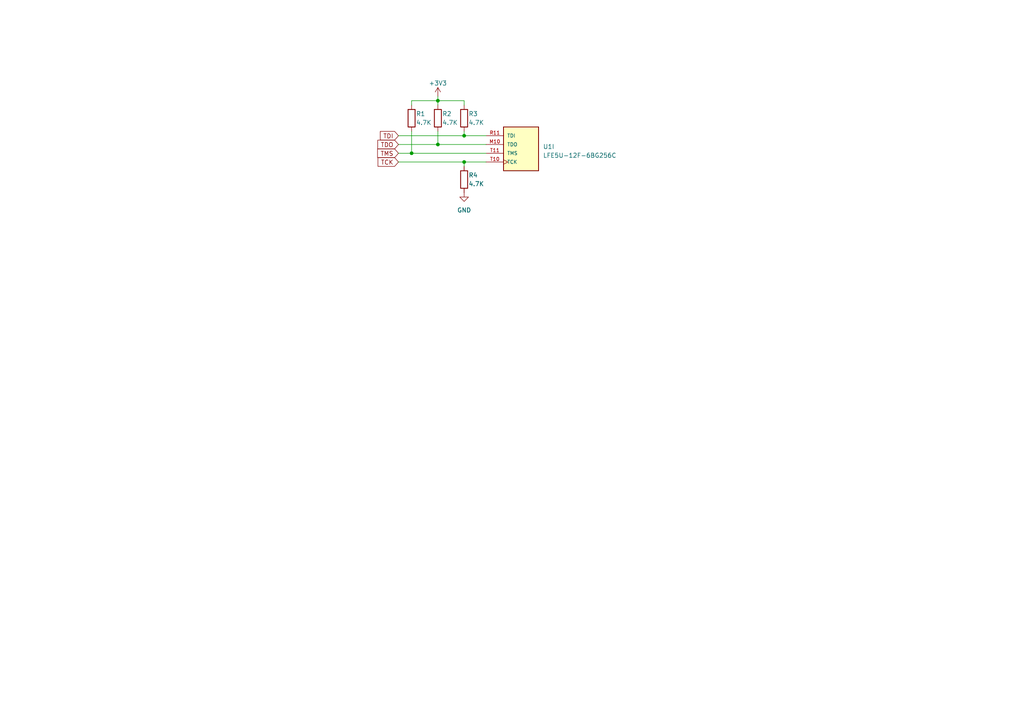
<source format=kicad_sch>
(kicad_sch (version 20230121) (generator eeschema)
  (paper "A4")
  (lib_symbols
    (symbol "Device:R" (pin_numbers hide) (pin_names (offset 0))
      (property "Reference" "R" (at 2.032 0 90))
      (property "Value" "R" (at 0 0 90))
      (symbol "R_0_1"
        (rectangle (start -1.016 -2.54) (end 1.016 2.54) (stroke (width 0.254)))
      )
      (symbol "R_1_1"
        (pin passive line (at 0 3.81 270) (length 1.27) (name "~") (number "1"))
        (pin passive line (at 0 -3.81 90) (length 1.27) (name "~") (number "2"))
      )
    )
    (symbol "LFE5U-12F-6BG256C:LFE5U-12F-6BG256C" (pin_names (offset 1.016))
      (property "Reference" "U" (at -22.86 26.67 0))
      (property "Value" "LFE5U-12F-6BG256C" (at -22.86 -26.67 0))
      (symbol "LFE5U-12F-6BG256C_1_0"
        (rectangle (start -22.86 -25.4) (end 22.86 25.4) (stroke (width 0.254)) (fill (type background)))
        (pin bidirectional line (at -27.94 17.78 0) (length 5.08) (name "PT4A") (number "A2"))
        (pin bidirectional line (at -27.94 10.16 0) (length 5.08) (name "PT6A") (number "A3"))
        (pin bidirectional line (at -27.94 7.62 0) (length 5.08) (name "PT6B") (number "A4"))
        (pin bidirectional line (at 27.94 17.78 180) (length 5.08) (name "PT18A") (number "A5"))
        (pin bidirectional line (at 27.94 15.24 180) (length 5.08) (name "PT18B") (number "A6"))
        (pin bidirectional line (at 27.94 -20.32 180) (length 5.08) (name "PT29APCLKT0_0") (number "A7"))
        (pin bidirectional line (at 27.94 -22.86 180) (length 5.08) (name "PT29B/PCLKC0_0") (number "A8"))
        (pin bidirectional line (at -27.94 15.24 0) (length 5.08) (name "PT4B") (number "B3"))
        (pin bidirectional line (at -27.94 -7.62 0) (length 5.08) (name "PT11B") (number "B4"))
        (pin bidirectional line (at -27.94 -22.86 0) (length 5.08) (name "PT15B") (number "B5"))
        (pin bidirectional line (at 27.94 0 180) (length 5.08) (name "PT22B") (number "B6"))
        (pin bidirectional line (at 27.94 -15.24 180) (length 5.08) (name "PT27B/PCLKC0_1") (number "B7"))
        (pin bidirectional line (at -27.94 -5.08 0) (length 5.08) (name "PT11A") (number "C4"))
        (pin bidirectional line (at -27.94 -20.32 0) (length 5.08) (name "PT15A") (number "C5"))
        (pin bidirectional line (at 27.94 2.54 180) (length 5.08) (name "PT22A") (number "C6"))
        (pin bidirectional line (at 27.94 -12.7 180) (length 5.08) (name "PT27A/PCLKT0_1") (number "C7"))
        (pin bidirectional line (at -27.94 0 0) (length 5.08) (name "PT9B") (number "D4"))
        (pin bidirectional line (at -27.94 -15.24 0) (length 5.08) (name "PT13B") (number "D5"))
        (pin bidirectional line (at 27.94 7.62 180) (length 5.08) (name "PT20B") (number "D6"))
        (pin bidirectional line (at 27.94 -7.62 180) (length 5.08) (name "PT24B/GR_PCLK0_0") (number "D7"))
        (pin bidirectional line (at -27.94 2.54 0) (length 5.08) (name "PT9A") (number "E4"))
        (pin bidirectional line (at -27.94 -12.7 0) (length 5.08) (name "PT13A") (number "E5"))
        (pin bidirectional line (at 27.94 10.16 180) (length 5.08) (name "PT20A") (number "E6"))
        (pin bidirectional line (at 27.94 -5.08 180) (length 5.08) (name "PT24A/GR_PCLK0_1") (number "E7"))
        (pin power_in line (at 27.94 22.86 180) (length 5.08) (name "VCCIO0") (number "F6"))
        (pin power_in line (at 27.94 22.86 180) (length 5.08) (name "VCCIO0") (number "F7"))
      )
      (symbol "LFE5U-12F-6BG256C_2_0"
        (rectangle (start -22.86 -33.02) (end 22.86 33.02) (stroke (width 0.254)) (fill (type background)))
        (pin bidirectional line (at -27.94 15.24 0) (length 5.08) (name "PT42B") (number "A10"))
        (pin bidirectional line (at -27.94 -20.32 0) (length 5.08) (name "PT53A") (number "A11"))
        (pin bidirectional line (at -27.94 -22.86 0) (length 5.08) (name "PT53B") (number "A12"))
        (pin bidirectional line (at 27.94 2.54 180) (length 5.08) (name "PT65A") (number "A13"))
        (pin bidirectional line (at 27.94 0 180) (length 5.08) (name "PT65B") (number "A14"))
        (pin bidirectional line (at 27.94 -7.62 180) (length 5.08) (name "PT67B") (number "A15"))
        (pin bidirectional line (at -27.94 17.78 0) (length 5.08) (name "PT42A") (number "A9"))
        (pin bidirectional line (at -27.94 10.16 0) (length 5.08) (name "PT44A") (number "B10"))
        (pin bidirectional line (at -27.94 -5.08 0) (length 5.08) (name "PT49A") (number "B11"))
        (pin bidirectional line (at -27.94 -27.94 0) (length 5.08) (name "PT56A") (number "B12"))
        (pin bidirectional line (at 27.94 17.78 180) (length 5.08) (name "PT60A") (number "B13"))
        (pin bidirectional line (at 27.94 -5.08 180) (length 5.08) (name "PT67A") (number "B14"))
        (pin bidirectional line (at 27.94 -22.86 180) (length 5.08) (name "PT35B/PCLKC1_0") (number "B8"))
        (pin bidirectional line (at 27.94 -27.94 180) (length 5.08) (name "PT38A/GR_PCLK1_0") (number "B9"))
        (pin bidirectional line (at -27.94 7.62 0) (length 5.08) (name "PT44B") (number "C10"))
        (pin bidirectional line (at -27.94 -7.62 0) (length 5.08) (name "PT49B") (number "C11"))
        (pin bidirectional line (at -27.94 -30.48 0) (length 5.08) (name "PT56B") (number "C12"))
        (pin bidirectional line (at 27.94 15.24 180) (length 5.08) (name "PT60B") (number "C13"))
        (pin bidirectional line (at 27.94 -20.32 180) (length 5.08) (name "PT35A/PCLKT1_0") (number "C8"))
        (pin bidirectional line (at 27.94 -30.48 180) (length 5.08) (name "PT38B/GR_PCLK1_1") (number "C9"))
        (pin bidirectional line (at -27.94 2.54 0) (length 5.08) (name "PT47A") (number "D10"))
        (pin bidirectional line (at -27.94 -12.7 0) (length 5.08) (name "PT51A") (number "D11"))
        (pin bidirectional line (at 27.94 25.4 180) (length 5.08) (name "PT58A") (number "D12"))
        (pin bidirectional line (at 27.94 10.16 180) (length 5.08) (name "PT62A") (number "D13"))
        (pin bidirectional line (at 27.94 -15.24 180) (length 5.08) (name "PT33B/PCLKC1_1") (number "D8"))
        (pin bidirectional line (at -27.94 25.4 0) (length 5.08) (name "PT40A") (number "D9"))
        (pin bidirectional line (at -27.94 0 0) (length 5.08) (name "PT47B") (number "E10"))
        (pin bidirectional line (at -27.94 -15.24 0) (length 5.08) (name "PT51B") (number "E11"))
        (pin bidirectional line (at 27.94 22.86 180) (length 5.08) (name "PT58B") (number "E12"))
        (pin bidirectional line (at 27.94 7.62 180) (length 5.08) (name "PT62B") (number "E13"))
        (pin bidirectional line (at 27.94 -12.7 180) (length 5.08) (name "PT33A/PCLKT1_1") (number "E8"))
        (pin bidirectional line (at -27.94 22.86 0) (length 5.08) (name "PT40B") (number "E9"))
        (pin power_in line (at 27.94 30.48 180) (length 5.08) (name "VCCIO1") (number "F10"))
        (pin power_in line (at 27.94 30.48 180) (length 5.08) (name "VCCIO1") (number "F11"))
      )
      (symbol "LFE5U-12F-6BG256C_3_0"
        (rectangle (start -25.4 -27.94) (end 25.4 27.94) (stroke (width 0.254)) (fill (type background)))
        (pin bidirectional line (at -30.48 17.78 0) (length 5.08) (name "PR2B/S0_IN") (number "B15"))
        (pin bidirectional line (at -30.48 20.32 0) (length 5.08) (name "PR2A") (number "B16"))
        (pin bidirectional line (at -30.48 15.24 0) (length 5.08) (name "PR2C") (number "C14"))
        (pin bidirectional line (at -30.48 5.08 0) (length 5.08) (name "PR5B") (number "C15"))
        (pin bidirectional line (at -30.48 7.62 0) (length 5.08) (name "PR5A") (number "C16"))
        (pin bidirectional line (at -30.48 12.7 0) (length 5.08) (name "PR2D") (number "D14"))
        (pin bidirectional line (at -30.48 -5.08 0) (length 5.08) (name "PR8A") (number "D16"))
        (pin bidirectional line (at -30.48 2.54 0) (length 5.08) (name "PR5C") (number "E14"))
        (pin bidirectional line (at -30.48 -7.62 0) (length 5.08) (name "PR8B") (number "E15"))
        (pin bidirectional line (at -30.48 -25.4 0) (length 5.08) (name "PR11D") (number "E16"))
        (pin bidirectional line (at -30.48 -12.7 0) (length 5.08) (name "PR8D") (number "F12"))
        (pin bidirectional line (at -30.48 -10.16 0) (length 5.08) (name "PR8C") (number "F13"))
        (pin bidirectional line (at -30.48 0 0) (length 5.08) (name "PR5D") (number "F14"))
        (pin bidirectional line (at -30.48 -22.86 0) (length 5.08) (name "PR11C") (number "F15"))
        (pin bidirectional line (at 30.48 20.32 180) (length 5.08) (name "PR14A") (number "F16"))
        (pin bidirectional line (at -30.48 -17.78 0) (length 5.08) (name "PR11A") (number "G12"))
        (pin bidirectional line (at -30.48 -20.32 0) (length 5.08) (name "PR11B") (number "G13"))
        (pin bidirectional line (at 30.48 15.24 180) (length 5.08) (name "PR14C/VREF1_2") (number "G14"))
        (pin bidirectional line (at 30.48 17.78 180) (length 5.08) (name "PR14B") (number "G15"))
        (pin bidirectional line (at 30.48 -5.08 180) (length 5.08) (name "PR20A/GR_PCLK2_1") (number "G16"))
        (pin power_in line (at 30.48 25.4 180) (length 5.08) (name "VCCIO2") (number "H11"))
        (pin bidirectional line (at 30.48 7.62 180) (length 5.08) (name "PR17A") (number "H12"))
        (pin bidirectional line (at 30.48 5.08 180) (length 5.08) (name "PR17B") (number "H13"))
        (pin bidirectional line (at 30.48 12.7 180) (length 5.08) (name "PR14D") (number "H14"))
        (pin bidirectional line (at 30.48 -7.62 180) (length 5.08) (name "PR20B") (number "H15"))
        (pin power_in line (at 30.48 25.4 180) (length 5.08) (name "VCCIO2") (number "J11"))
        (pin bidirectional line (at 30.48 0 180) (length 5.08) (name "PR17D") (number "J12"))
        (pin bidirectional line (at 30.48 2.54 180) (length 5.08) (name "PR17C") (number "J13"))
        (pin bidirectional line (at 30.48 -10.16 180) (length 5.08) (name "PR20C/GR_PCLK2_0") (number "J14"))
        (pin bidirectional line (at 30.48 -20.32 180) (length 5.08) (name "PR23B/PCLKC2_1") (number "J15"))
        (pin bidirectional line (at 30.48 -17.78 180) (length 5.08) (name "PR23A/PCLKT2_1") (number "J16"))
        (pin bidirectional line (at 30.48 -12.7 180) (length 5.08) (name "PR20D") (number "K14"))
        (pin bidirectional line (at 30.48 -25.4 180) (length 5.08) (name "PR23D/PCLKC2_0") (number "K15"))
        (pin bidirectional line (at 30.48 -22.86 180) (length 5.08) (name "PR23C/PCLKT2_0") (number "K16"))
      )
      (symbol "LFE5U-12F-6BG256C_4_0"
        (rectangle (start -25.4 -27.94) (end 25.4 27.94) (stroke (width 0.254)) (fill (type background)))
        (pin power_in line (at 30.48 25.4 180) (length 5.08) (name "VCCIO3") (number "K11"))
        (pin bidirectional line (at -30.48 5.08 0) (length 5.08) (name "PR29B") (number "K12"))
        (pin bidirectional line (at -30.48 7.62 0) (length 5.08) (name "PR29A/GR_PCLK3_0") (number "K13"))
        (pin power_in line (at 30.48 25.4 180) (length 5.08) (name "VCCIO3") (number "L11"))
        (pin bidirectional line (at -30.48 0 0) (length 5.08) (name "PR29D") (number "L12"))
        (pin bidirectional line (at -30.48 2.54 0) (length 5.08) (name "PR29C/GR_PCLK3_1") (number "L13"))
        (pin bidirectional line (at -30.48 -10.16 0) (length 5.08) (name "PR32C") (number "L14"))
        (pin bidirectional line (at -30.48 17.78 0) (length 5.08) (name "PR26B/PCLKC3_1") (number "L15"))
        (pin bidirectional line (at -30.48 20.32 0) (length 5.08) (name "PR26A/PCLKT3_1") (number "L16"))
        (pin bidirectional line (at 30.48 -17.78 180) (length 5.08) (name "PR47A") (number "M11"))
        (pin bidirectional line (at 30.48 -10.16 180) (length 5.08) (name "PR44C") (number "M12"))
        (pin bidirectional line (at -30.48 -22.86 0) (length 5.08) (name "PR35C") (number "M13"))
        (pin bidirectional line (at -30.48 -12.7 0) (length 5.08) (name "PR32D") (number "M14"))
        (pin bidirectional line (at -30.48 12.7 0) (length 5.08) (name "PR26D/PCLKC3_0") (number "M15"))
        (pin bidirectional line (at -30.48 15.24 0) (length 5.08) (name "PR26C/PCLKT3_0") (number "M16"))
        (pin bidirectional line (at 30.48 -20.32 180) (length 5.08) (name "PR47B") (number "N11"))
        (pin bidirectional line (at 30.48 -12.7 180) (length 5.08) (name "PR44D") (number "N12"))
        (pin bidirectional line (at 30.48 20.32 180) (length 5.08) (name "PR38A") (number "N13"))
        (pin bidirectional line (at -30.48 -25.4 0) (length 5.08) (name "PR35D") (number "N14"))
        (pin bidirectional line (at -30.48 -5.08 0) (length 5.08) (name "PR32A") (number "N16"))
        (pin bidirectional line (at 30.48 -22.86 180) (length 5.08) (name "PR47C/LRC_GPLL0T_IN") (number "P11"))
        (pin bidirectional line (at 30.48 -25.4 180) (length 5.08) (name "PR47D/LRC_GPLL0C_IN") (number "P12"))
        (pin bidirectional line (at 30.48 7.62 180) (length 5.08) (name "PR41A") (number "P13"))
        (pin bidirectional line (at 30.48 17.78 180) (length 5.08) (name "PR38B") (number "P14"))
        (pin bidirectional line (at -30.48 -7.62 0) (length 5.08) (name "PR32B") (number "P15"))
        (pin bidirectional line (at -30.48 -17.78 0) (length 5.08) (name "PR35A") (number "P16"))
        (pin bidirectional line (at 30.48 -5.08 180) (length 5.08) (name "PR44A") (number "R12"))
        (pin bidirectional line (at 30.48 2.54 180) (length 5.08) (name "PR41C") (number "R13"))
        (pin bidirectional line (at 30.48 5.08 180) (length 5.08) (name "PR41B") (number "R14"))
        (pin bidirectional line (at 30.48 15.24 180) (length 5.08) (name "PR38C") (number "R15"))
        (pin bidirectional line (at -30.48 -20.32 0) (length 5.08) (name "PR35B/VREF1_3") (number "R16"))
        (pin bidirectional line (at 30.48 -7.62 180) (length 5.08) (name "PR44B") (number "T13"))
        (pin bidirectional line (at 30.48 0 180) (length 5.08) (name "PR41D") (number "T14"))
        (pin bidirectional line (at 30.48 12.7 180) (length 5.08) (name "PR38D") (number "T15"))
      )
      (symbol "LFE5U-12F-6BG256C_5_0"
        (rectangle (start -25.4 -27.94) (end 25.4 27.94) (stroke (width 0.254)) (fill (type background)))
        (pin power_in line (at 30.48 25.4 180) (length 5.08) (name "VCCIO6") (number "J6"))
        (pin power_in line (at 30.48 25.4 180) (length 5.08) (name "VCCIO6") (number "J7"))
        (pin bidirectional line (at -30.48 7.62 0) (length 5.08) (name "PL29A/GR_PCLK6_0") (number "K4"))
        (pin bidirectional line (at -30.48 5.08 0) (length 5.08) (name "PL29B") (number "K5"))
        (pin bidirectional line (at -30.48 20.32 0) (length 5.08) (name "PL26A/PCLKT6_1") (number "L1"))
        (pin bidirectional line (at -30.48 17.78 0) (length 5.08) (name "PL26B/PCLKC6_1") (number "L2"))
        (pin bidirectional line (at -30.48 -10.16 0) (length 5.08) (name "PL32C") (number "L3"))
        (pin bidirectional line (at -30.48 2.54 0) (length 5.08) (name "PL29C/PCLKT6_0") (number "L4"))
        (pin bidirectional line (at -30.48 0 0) (length 5.08) (name "PL29D") (number "L5"))
        (pin bidirectional line (at -30.48 15.24 0) (length 5.08) (name "PL26C/PCLKT6_0") (number "M1"))
        (pin bidirectional line (at -30.48 12.7 0) (length 5.08) (name "PL26D/PCLKC6_0") (number "M2"))
        (pin bidirectional line (at -30.48 -12.7 0) (length 5.08) (name "PL32D") (number "M3"))
        (pin bidirectional line (at -30.48 -22.86 0) (length 5.08) (name "PL35C") (number "M4"))
        (pin bidirectional line (at 30.48 -10.16 180) (length 5.08) (name "PL44C") (number "M5"))
        (pin bidirectional line (at 30.48 -17.78 180) (length 5.08) (name "PL47A") (number "M6"))
        (pin bidirectional line (at -30.48 -5.08 0) (length 5.08) (name "PL32A") (number "N1"))
        (pin bidirectional line (at -30.48 -25.4 0) (length 5.08) (name "PL35D") (number "N3"))
        (pin bidirectional line (at 30.48 20.32 180) (length 5.08) (name "PL38A") (number "N4"))
        (pin bidirectional line (at 30.48 -12.7 180) (length 5.08) (name "PL44D") (number "N5"))
        (pin bidirectional line (at 30.48 -20.32 180) (length 5.08) (name "PL47B") (number "N6"))
        (pin bidirectional line (at -30.48 -17.78 0) (length 5.08) (name "PL35A") (number "P1"))
        (pin bidirectional line (at -30.48 -7.62 0) (length 5.08) (name "PL32B") (number "P2"))
        (pin bidirectional line (at 30.48 17.78 180) (length 5.08) (name "PL38B") (number "P3"))
        (pin bidirectional line (at 30.48 7.62 180) (length 5.08) (name "PL41A") (number "P4"))
        (pin bidirectional line (at 30.48 -25.4 180) (length 5.08) (name "PL47D/LLC_GPLL0C_IN") (number "P5"))
        (pin bidirectional line (at 30.48 -22.86 180) (length 5.08) (name "PL47C/LLC_GPLL0T_IN") (number "P6"))
        (pin bidirectional line (at -30.48 -20.32 0) (length 5.08) (name "PL35B/VREF1_6") (number "R1"))
        (pin bidirectional line (at 30.48 15.24 180) (length 5.08) (name "PL38C") (number "R2"))
        (pin bidirectional line (at 30.48 5.08 180) (length 5.08) (name "PL41B") (number "R3"))
        (pin bidirectional line (at 30.48 2.54 180) (length 5.08) (name "PL41C") (number "R4"))
        (pin bidirectional line (at 30.48 -5.08 180) (length 5.08) (name "PL44A") (number "R5"))
        (pin bidirectional line (at 30.48 12.7 180) (length 5.08) (name "PL38D") (number "T2"))
        (pin bidirectional line (at 30.48 0 180) (length 5.08) (name "PL41D") (number "T3"))
        (pin bidirectional line (at 30.48 -7.62 180) (length 5.08) (name "PL44B") (number "T4"))
      )
      (symbol "LFE5U-12F-6BG256C_6_0"
        (rectangle (start -25.4 -27.94) (end 25.4 27.94) (stroke (width 0.254)) (fill (type background)))
        (pin bidirectional line (at -30.48 20.32 0) (length 5.08) (name "PL2A") (number "B1"))
        (pin bidirectional line (at -30.48 17.78 0) (length 5.08) (name "PL2B") (number "B2"))
        (pin bidirectional line (at -30.48 7.62 0) (length 5.08) (name "PL5A") (number "C1"))
        (pin bidirectional line (at -30.48 5.08 0) (length 5.08) (name "PL5B") (number "C2"))
        (pin bidirectional line (at -30.48 15.24 0) (length 5.08) (name "PL2C") (number "C3"))
        (pin bidirectional line (at -30.48 -5.08 0) (length 5.08) (name "PL8A") (number "D1"))
        (pin bidirectional line (at -30.48 12.7 0) (length 5.08) (name "PL2D") (number "D3"))
        (pin bidirectional line (at -30.48 -25.4 0) (length 5.08) (name "PL11D") (number "E1"))
        (pin bidirectional line (at -30.48 -7.62 0) (length 5.08) (name "PL8B") (number "E2"))
        (pin bidirectional line (at -30.48 2.54 0) (length 5.08) (name "PL5C") (number "E3"))
        (pin bidirectional line (at 30.48 20.32 180) (length 5.08) (name "PL14A") (number "F1"))
        (pin bidirectional line (at -30.48 -22.86 0) (length 5.08) (name "PL11C") (number "F2"))
        (pin bidirectional line (at -30.48 0 0) (length 5.08) (name "PL5D") (number "F3"))
        (pin bidirectional line (at -30.48 -10.16 0) (length 5.08) (name "PL8C") (number "F4"))
        (pin bidirectional line (at -30.48 -12.7 0) (length 5.08) (name "PL8D") (number "F5"))
        (pin bidirectional line (at 30.48 -5.08 180) (length 5.08) (name "PL20A/GR_PCLK7_1") (number "G1"))
        (pin bidirectional line (at 30.48 17.78 180) (length 5.08) (name "PL14B") (number "G2"))
        (pin bidirectional line (at 30.48 15.24 180) (length 5.08) (name "PL14C/VREF1_7") (number "G3"))
        (pin bidirectional line (at -30.48 -20.32 0) (length 5.08) (name "PL11B") (number "G4"))
        (pin bidirectional line (at -30.48 -17.78 0) (length 5.08) (name "PL11A") (number "G5"))
        (pin bidirectional line (at 30.48 -7.62 180) (length 5.08) (name "PL20B") (number "H2"))
        (pin bidirectional line (at 30.48 12.7 180) (length 5.08) (name "PL14D") (number "H3"))
        (pin bidirectional line (at 30.48 5.08 180) (length 5.08) (name "PL17B") (number "H4"))
        (pin bidirectional line (at 30.48 7.62 180) (length 5.08) (name "PL17A") (number "H5"))
        (pin power_in line (at 30.48 25.4 180) (length 5.08) (name "VCCIO7") (number "H6"))
        (pin power_in line (at 30.48 25.4 180) (length 5.08) (name "VCCIO7") (number "H7"))
        (pin bidirectional line (at 30.48 -17.78 180) (length 5.08) (name "PL23A/PCLKT7_1") (number "J1"))
        (pin bidirectional line (at 30.48 -20.32 180) (length 5.08) (name "PL23B/PCLKC7_1") (number "J2"))
        (pin bidirectional line (at 30.48 -10.16 180) (length 5.08) (name "PL20C/GR_PCLK7_0") (number "J3"))
        (pin bidirectional line (at 30.48 2.54 180) (length 5.08) (name "PL17C") (number "J4"))
        (pin bidirectional line (at 30.48 0 180) (length 5.08) (name "PL17D") (number "J5"))
        (pin bidirectional line (at 30.48 -22.86 180) (length 5.08) (name "PL23C/PCLKT7_0") (number "K1"))
        (pin bidirectional line (at 30.48 -25.4 180) (length 5.08) (name "PL23D/PCLKC7_0") (number "K2"))
        (pin bidirectional line (at 30.48 -12.7 180) (length 5.08) (name "PL20D") (number "K3"))
      )
      (symbol "LFE5U-12F-6BG256C_7_0"
        (rectangle (start -30.48 -20.32) (end 30.48 20.32) (stroke (width 0.254)) (fill (type background)))
        (pin power_in line (at 35.56 17.78 180) (length 5.08) (name "VCCIO8") (number "L6"))
        (pin bidirectional line (at 35.56 0 180) (length 5.08) (name "PB9B/D2/IO2") (number "M7"))
        (pin bidirectional line (at -35.56 -10.16 0) (length 5.08) (name "PB15B/DOUT/CSON") (number "M8"))
        (pin bidirectional line (at 35.56 -17.78 180) (length 5.08) (name "PB18A/WRITEN") (number "M9"))
        (pin input line (at -35.56 7.62 0) (length 5.08) (name "CFG_0") (number "N10"))
        (pin bidirectional line (at 35.56 2.54 180) (length 5.08) (name "PB9A/D3/IO3") (number "N7"))
        (pin bidirectional line (at -35.56 -12.7 0) (length 5.08) (name "PB15A/~{HOLD~{/DI/BUSY/CSSPIN/CEN}") (number "N8"))
        (pin input clock (at -35.56 10.16 0) (length 5.08) (name "CCLK/MCLK/SCK") (number "N9"))
        (pin input line (at -35.56 5.08 0) (length 5.08) (name "CFG_1") (number "P10"))
        (pin bidirectional line (at 35.56 5.08 180) (length 5.08) (name "PB6B/D4/MOSI2/IO4") (number "P7"))
        (pin bidirectional line (at 35.56 -12.7 180) (length 5.08) (name "PB13B/~{CS1}") (number "P8"))
        (pin bidirectional line (at -35.56 -2.54 0) (length 5.08) (name "DONE") (number "P9"))
        (pin input line (at -35.56 2.54 0) (length 5.08) (name "CFG_2") (number "R10"))
        (pin bidirectional line (at 35.56 10.16 180) (length 5.08) (name "PB4B/D6/IO6") (number "R6"))
        (pin bidirectional line (at 35.56 7.62 180) (length 5.08) (name "PB6A/D5/MISO2/IO5") (number "R7"))
        (pin bidirectional line (at 35.56 -10.16 180) (length 5.08) (name "PB13A/SN/~{CS}") (number "R8"))
        (pin input line (at -35.56 12.7 0) (length 5.08) (name "~{PROGRAM}") (number "R9"))
        (pin bidirectional line (at 35.56 12.7 180) (length 5.08) (name "PB4A/D7/IO7") (number "T6"))
        (pin bidirectional line (at 35.56 -2.54 180) (length 5.08) (name "PB11A/D1/MISO/IO1") (number "T7"))
        (pin bidirectional line (at 35.56 -5.08 180) (length 5.08) (name "PB11B/D0/MOSI/IO0") (number "T8"))
        (pin bidirectional line (at -35.56 -5.08 0) (length 5.08) (name "~{INIT}") (number "T9"))
      )
      (symbol "LFE5U-12F-6BG256C_8_0"
        (rectangle (start -12.7 -7.62) (end 12.7 7.62) (stroke (width 0.254)) (fill (type background)))
        (pin power_in line (at 17.78 -5.08 180) (length 5.08) (name "GND") (number "A1"))
        (pin power_in line (at 17.78 -5.08 180) (length 5.08) (name "GND") (number "A16"))
        (pin power_in line (at 17.78 -5.08 180) (length 5.08) (name "GND") (number "D15"))
        (pin power_in line (at 17.78 -5.08 180) (length 5.08) (name "GND") (number "D2"))
        (pin power_in line (at 17.78 -5.08 180) (length 5.08) (name "GND") (number "F8"))
        (pin power_in line (at 17.78 -5.08 180) (length 5.08) (name "GND") (number "F9"))
        (pin power_in line (at 17.78 -5.08 180) (length 5.08) (name "GND") (number "G10"))
        (pin power_in line (at 17.78 0 180) (length 5.08) (name "VCCAUX") (number "G11"))
        (pin power_in line (at 17.78 5.08 180) (length 5.08) (name "VCC") (number "G6"))
        (pin power_in line (at 17.78 5.08 180) (length 5.08) (name "VCC") (number "G7"))
        (pin power_in line (at 17.78 -5.08 180) (length 5.08) (name "GND") (number "G8"))
        (pin power_in line (at 17.78 5.08 180) (length 5.08) (name "VCC") (number "G9"))
        (pin power_in line (at 17.78 -5.08 180) (length 5.08) (name "GND") (number "H1"))
        (pin power_in line (at 17.78 -5.08 180) (length 5.08) (name "GND") (number "H10"))
        (pin power_in line (at 17.78 -5.08 180) (length 5.08) (name "GND") (number "H16"))
        (pin power_in line (at 17.78 -5.08 180) (length 5.08) (name "GND") (number "H8"))
        (pin power_in line (at 17.78 -5.08 180) (length 5.08) (name "GND") (number "H9"))
        (pin power_in line (at 17.78 -5.08 180) (length 5.08) (name "GND") (number "J10"))
        (pin power_in line (at 17.78 -5.08 180) (length 5.08) (name "GND") (number "J8"))
        (pin power_in line (at 17.78 -5.08 180) (length 5.08) (name "GND") (number "J9"))
        (pin power_in line (at 17.78 -5.08 180) (length 5.08) (name "GND") (number "K10"))
        (pin power_in line (at 17.78 -5.08 180) (length 5.08) (name "GND") (number "K6"))
        (pin power_in line (at 17.78 -5.08 180) (length 5.08) (name "GND") (number "K7"))
        (pin power_in line (at 17.78 -5.08 180) (length 5.08) (name "GND") (number "K8"))
        (pin power_in line (at 17.78 -5.08 180) (length 5.08) (name "GND") (number "K9"))
        (pin power_in line (at 17.78 5.08 180) (length 5.08) (name "VCC") (number "L10"))
        (pin power_in line (at 17.78 0 180) (length 5.08) (name "VCCAUX") (number "L7"))
        (pin power_in line (at 17.78 5.08 180) (length 5.08) (name "VCC") (number "L8"))
        (pin power_in line (at 17.78 5.08 180) (length 5.08) (name "VCC") (number "L9"))
        (pin power_in line (at 17.78 -5.08 180) (length 5.08) (name "GND") (number "N15"))
        (pin power_in line (at 17.78 -5.08 180) (length 5.08) (name "GND") (number "N2"))
        (pin power_in line (at 17.78 -5.08 180) (length 5.08) (name "GND") (number "T1"))
        (pin power_in line (at 17.78 -5.08 180) (length 5.08) (name "GND") (number "T12"))
        (pin power_in line (at 17.78 -5.08 180) (length 5.08) (name "GND") (number "T16"))
        (pin power_in line (at 17.78 -5.08 180) (length 5.08) (name "GND") (number "T5"))
      )
      (symbol "LFE5U-12F-6BG256C_9_0"
        (rectangle (start -5.08 -7.62) (end 5.08 5.08) (stroke (width 0.254)) (fill (type background)))
        (pin output line (at -10.16 0 0) (length 5.08) (name "TDO") (number "M10"))
        (pin input line (at -10.16 2.54 0) (length 5.08) (name "TDI") (number "R11"))
        (pin bidirectional clock (at -10.16 -5.08 0) (length 5.08) (name "TCK") (number "T10"))
        (pin input line (at -10.16 -2.54 0) (length 5.08) (name "TMS") (number "T11"))
      )
    )
    (symbol "power:+3V3" (power) (pin_names (offset 0))
      (property "Value" "+3V3" (at 0 3.556 0))
      (symbol "+3V3_0_1"
        (polyline (pts (xy -0.762 1.27) (xy 0 2.54)))
        (polyline (pts (xy 0 0) (xy 0 2.54)))
        (polyline (pts (xy 0 2.54) (xy 0.762 1.27)))
      )
      (symbol "+3V3_1_1"
        (pin power_in line (at 0 0 90) (length 0) hide (name "+3V3") (number "1"))
      )
    )
    (symbol "power:GND" (power) (pin_names (offset 0))
      (property "Value" "GND" (at 0 -3.81 0))
      (symbol "GND_0_1"
        (polyline (pts (xy 0 0) (xy 0 -1.27) (xy 1.27 -1.27) (xy 0 -2.54) (xy -1.27 -1.27) (xy 0 -1.27)))
      )
      (symbol "GND_1_1"
        (pin power_in line (at 0 0 270) (length 0) hide (name "GND") (number "1"))
      )
    )
  )
  (junction (at 134.62 46.99))
  (junction (at 119.38 44.45))
  (junction (at 127 29.21))
  (junction (at 127 41.91))
  (junction (at 134.62 39.37))
  (wire (pts (xy 134.62 39.37) (xy 134.62 38.1)))
  (wire (pts (xy 119.38 30.48) (xy 119.38 29.21)))
  (wire (pts (xy 119.38 44.45) (xy 119.38 38.1)))
  (wire (pts (xy 127 29.21) (xy 134.62 29.21)))
  (wire (pts (xy 115.57 41.91) (xy 127 41.91)))
  (wire (pts (xy 140.97 44.45) (xy 119.38 44.45)))
  (wire (pts (xy 134.62 46.99) (xy 134.62 48.26)))
  (wire (pts (xy 115.57 46.99) (xy 134.62 46.99)))
  (wire (pts (xy 115.57 44.45) (xy 119.38 44.45)))
  (wire (pts (xy 140.97 46.99) (xy 134.62 46.99)))
  (wire (pts (xy 119.38 29.21) (xy 127 29.21)))
  (wire (pts (xy 140.97 41.91) (xy 127 41.91)))
  (wire (pts (xy 127 29.21) (xy 127 27.94)))
  (wire (pts (xy 127 29.21) (xy 127 30.48)))
  (wire (pts (xy 134.62 29.21) (xy 134.62 30.48)))
  (wire (pts (xy 127 41.91) (xy 127 38.1)))
  (wire (pts (xy 140.97 39.37) (xy 134.62 39.37)))
  (wire (pts (xy 115.57 39.37) (xy 134.62 39.37)))
  (global_label "TCK" (shape input) (at 115.57 46.99 180) (property "Intersheetrefs" "${INTERSHEET_REFS}" (effects hide)))
  (global_label "TDO" (shape input) (at 115.57 41.91 180) (property "Intersheetrefs" "${INTERSHEET_REFS}" (effects hide)))
  (global_label "TMS" (shape input) (at 115.57 44.45 180) (property "Intersheetrefs" "${INTERSHEET_REFS}" (effects hide)))
  (global_label "TDI" (shape input) (at 115.57 39.37 180) (property "Intersheetrefs" "${INTERSHEET_REFS}" (effects hide)))
  (symbol (lib_id "Device:R") (at 127 34.29 0) (unit 1)
    (property "Reference" "R2" (at 128.27 33.02 0) (effects (justify left)))
    (property "Value" "4.7K" (at 128.27 35.56 0) (effects (justify left)))
    (property "Footprint" "Resistor_SMD:R_0603_1608Metric" (effects hide))
  )
  (symbol (lib_id "power:GND") (at 134.62 55.88 0) (unit 1)
    (property "Reference" "#PWR05" (effects hide))
    (property "Value" "GND" (at 134.62 60.96 0))
  )
  (symbol (lib_id "power:+3V3") (at 127 27.94 0) (unit 1)
    (property "Reference" "#PWR06" (effects hide))
    (property "Value" "+3V3" (at 127 24.13 0))
  )
  (symbol (lib_id "Device:R") (at 134.62 52.07 0) (unit 1)
    (property "Reference" "R4" (at 135.89 50.8 0) (effects (justify left)))
    (property "Value" "4.7K" (at 135.89 53.34 0) (effects (justify left)))
    (property "Footprint" "Resistor_SMD:R_0603_1608Metric" (effects hide))
  )
  (symbol (lib_id "LFE5U-12F-6BG256C:LFE5U-12F-6BG256C") (at 151.13 41.91 0) (unit 9)
    (property "Reference" "U1" (at 157.48 42.545 0) (effects (justify left)))
    (property "Value" "LFE5U-12F-6BG256C" (at 157.48 45.085 0) (effects (justify left)))
    (property "Footprint" "parts:BGA256C80P16X16_1400X1400X170" (effects hide))
    (property "SNAPEDA_PN" "LFE5U-12F-6BG256C" (effects hide))
    (property "STANDARD" "IPC 7351B" (effects hide))
    (property "PARTREV" "2.0" (effects hide))
    (property "MANUFACTURER" "Lattice Semiconductor" (effects hide))
    (property "MAXIMUM_PACKAGE_HEIGHT" "1.7 mm" (effects hide))
  )
  (symbol (lib_id "Device:R") (at 134.62 34.29 0) (unit 1)
    (property "Reference" "R3" (at 135.89 33.02 0) (effects (justify left)))
    (property "Value" "4.7K" (at 135.89 35.56 0) (effects (justify left)))
    (property "Footprint" "Resistor_SMD:R_0603_1608Metric" (effects hide))
  )
  (symbol (lib_id "Device:R") (at 119.38 34.29 0) (unit 1)
    (property "Reference" "R1" (at 120.65 33.02 0) (effects (justify left)))
    (property "Value" "4.7K" (at 120.65 35.56 0) (effects (justify left)))
    (property "Footprint" "Resistor_SMD:R_0603_1608Metric" (effects hide))
  )
)
</source>
